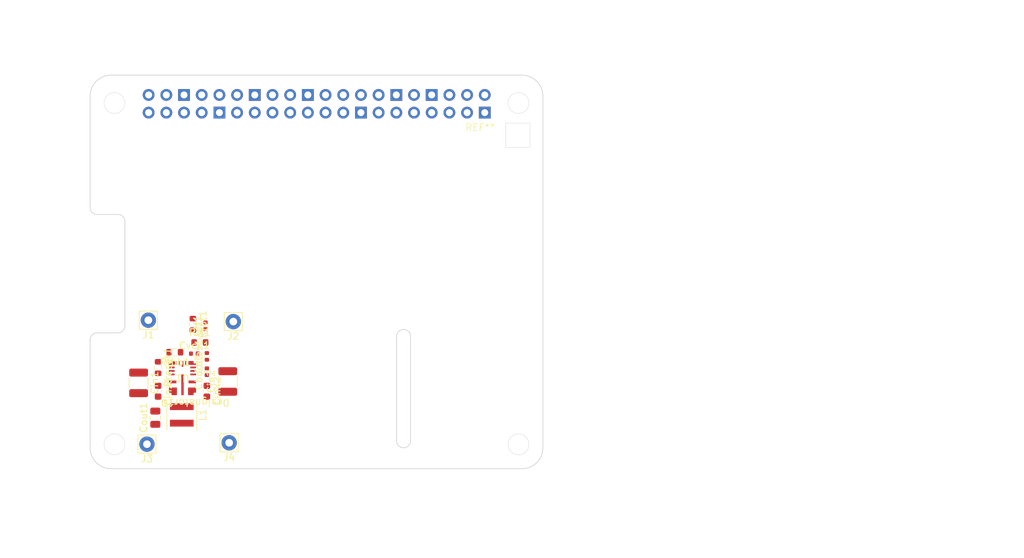
<source format=kicad_pcb>
(kicad_pcb (version 20240108) (generator "pcbnew") (generator_version "8.0")
  (layers (0 "F.Cu" signal) (1 "In1.Cu" signal) (2 "In2.Cu" signal) (31 "B.Cu" signal) (34 "B.Paste" user) (35 "F.Paste" user) (36 "B.SilkS" user "B.Silkscreen") (37 "F.SilkS" user "F.Silkscreen") (38 "B.Mask" user) (39 "F.Mask" user) (44 "Edge.Cuts" user))
  (net 0 "")
  (net 1 "GND")
  (net 2 "/SW")
  (net 3 "/VOUT")
  (net 4 "/VIN")
  (net 5 "Net-(U1-CBOOT)")
  (net 6 "Net-(U1-VCC)")
  (net 7 "Net-(U1-FB)")
  (net 8 "Net-(U1-RESET)")
  (net 9 "Net-(Cff1-Pad2)")
  (footprint "Connector_Pin:Pin_D1.1mm_L8.5mm_W2.5mm_FlatFork" (layer "F.Cu") (at 132.8 109.4)
    (property "Reference" "J4" (at 0 2.1 0) (layer "F.SilkS"))
    (property "Value" "Conn_01x01_Pin")
    (fp_line (start -1.3 -1.3) (end 1.3 -1.3) (stroke (width 0.12)) (layer "F.SilkS"))
    (fp_line (start -1.3 1.3) (end -1.3 -1.3) (stroke (width 0.12)) (layer "F.SilkS"))
    (fp_line (start -1.3 1.3) (end 1.3 1.3) (stroke (width 0.12)) (layer "F.SilkS"))
    (fp_line (start 1.3 -1.3) (end 1.3 1.3) (stroke (width 0.12)) (layer "F.SilkS"))
    (pad "1" thru_hole circle (at 0 0) (size 2.2 2.2) (drill 1.1) (layers "*.Cu" "*.Mask") (net 1 "GND"))
  )
  (footprint "Resistor_SMD:R_0603_1608Metric" (layer "F.Cu") (at 122.6 98.6 -90)
    (property "Reference" "Rreset1" (at 0 -1.43 90) (layer "F.SilkS"))
    (property "Value" "100k")
    (fp_line (start -0.237258 0.5225) (end 0.237258 0.5225) (stroke (width 0.12)) (layer "F.SilkS"))
    (fp_line (start -0.237258 -0.5225) (end 0.237258 -0.5225) (stroke (width 0.12)) (layer "F.SilkS"))
    (pad "1" smd roundrect (at -0.825 0 270) (size 0.8 0.95) (layers "F.Cu" "F.Paste" "F.Mask") (net 8 "Net-(U1-RESET)"))
    (pad "2" smd roundrect (at 0.825 0 270) (size 0.8 0.95) (layers "F.Cu" "F.Paste" "F.Mask") (net 3 "/VOUT"))
  )
  (footprint "Connector_Pin:Pin_D1.1mm_L8.5mm_W2.5mm_FlatFork" (layer "F.Cu") (at 121.2 91.8)
    (property "Reference" "J1" (at 0 2.1 0) (layer "F.SilkS"))
    (property "Value" "Conn_01x01_Pin")
    (fp_line (start -1.3 -1.3) (end 1.3 -1.3) (stroke (width 0.12)) (layer "F.SilkS"))
    (fp_line (start -1.3 1.3) (end -1.3 -1.3) (stroke (width 0.12)) (layer "F.SilkS"))
    (fp_line (start -1.3 1.3) (end 1.3 1.3) (stroke (width 0.12)) (layer "F.SilkS"))
    (fp_line (start 1.3 -1.3) (end 1.3 1.3) (stroke (width 0.12)) (layer "F.SilkS"))
    (pad "1" thru_hole circle (at 0 0) (size 2.2 2.2) (drill 1.1) (layers "*.Cu" "*.Mask") (net 4 "/VIN"))
  )
  (footprint "RPI_Hat:RPI_Hat_B+" (layer "F.Cu") (at 145.34 60.622)
    (property "Reference" "REF**" (at 23.5 3.5 0) (layer "F.SilkS") (effects (font (thickness 0.1))))
    (property "Value" "RPI_Hat_B+")
    (fp_line (start -32.5 -1) (end -32.5 15) (stroke (width 0.1)) (layer "Edge.Cuts"))
    (fp_line (start -32.5 34) (end -32.5 49.5) (stroke (width 0.1)) (layer "Edge.Cuts"))
    (fp_line (start -31.5 16) (end -28.5 16) (stroke (width 0.1)) (layer "Edge.Cuts"))
    (fp_line (start -31.5 33) (end -28.5 33) (stroke (width 0.1)) (layer "Edge.Cuts"))
    (fp_line (start -29.5 -4) (end 29.5 -4) (stroke (width 0.1)) (layer "Edge.Cuts"))
    (fp_line (start -29.5 52.5) (end 29.5 52.5) (stroke (width 0.1)) (layer "Edge.Cuts"))
    (fp_line (start -27.5 17) (end -27.5 32) (stroke (width 0.1)) (layer "Edge.Cuts"))
    (fp_line (start 11.5 33.5) (end 11.5 48.5) (stroke (width 0.1)) (layer "Edge.Cuts"))
    (fp_line (start 13.5 33.5) (end 13.5 48.5) (stroke (width 0.1)) (layer "Edge.Cuts"))
    (fp_line (start 32.5 -1) (end 32.5 49.5) (stroke (width 0.1)) (layer "Edge.Cuts"))
    (fp_arc (start -32.5 -1) (mid -31.62132 -3.12132) (end -29.5 -4) (stroke (width 0.1)) (layer "Edge.Cuts"))
    (fp_arc (start -32.5 34) (mid -32.207107 33.292893) (end -31.5 33) (stroke (width 0.1)) (layer "Edge.Cuts"))
    (fp_arc (start -31.5 16) (mid -32.207107 15.707107) (end -32.5 15) (stroke (width 0.1)) (layer "Edge.Cuts"))
    (fp_arc (start -29.5 52.5) (mid -31.62132 51.62132) (end -32.5 49.5) (stroke (width 0.1)) (layer "Edge.Cuts"))
    (fp_arc (start -28.5 16) (mid -27.792893 16.292893) (end -27.5 17) (stroke (width 0.1)) (layer "Edge.Cuts"))
    (fp_arc (start -27.5 32) (mid -27.792893 32.707107) (end -28.5 33) (stroke (width 0.1)) (layer "Edge.Cuts"))
    (fp_arc (start 11.5 33.5) (mid 12.5 32.5) (end 13.5 33.5) (stroke (width 0.1)) (layer "Edge.Cuts"))
    (fp_arc (start 13.5 48.5) (mid 12.5 49.5) (end 11.5 48.5) (stroke (width 0.1)) (layer "Edge.Cuts"))
    (fp_arc (start 29.5 -4) (mid 31.62132 -3.12132) (end 32.5 -1) (stroke (width 0.1)) (layer "Edge.Cuts"))
    (fp_arc (start 32.5 49.5) (mid 31.62132 51.62132) (end 29.5 52.5) (stroke (width 0.1)) (layer "Edge.Cuts"))
    (fp_circle (center -29 0) (end -30.500001 -0.000001) (stroke (width 0.05)) (fill none) (layer "Edge.Cuts"))
    (fp_circle (center -29 49) (end -30.500001 49.000001) (stroke (width 0.05)) (fill none) (layer "Edge.Cuts"))
    (fp_circle (center 29 0) (end 30.500001 -0.000001) (stroke (width 0.05)) (fill none) (layer "Edge.Cuts"))
    (fp_circle (center 29 49) (end 30.500001 49.000001) (stroke (width 0.05)) (fill none) (layer "Edge.Cuts"))
    (pad "1" thru_hole circle (at -24.1 1.378 90) (size 1.7 1.7) (drill 1) (layers "*.Cu" "*.Mask"))
    (pad "2" thru_hole oval (at -24.1 -1.162 90) (size 1.7 1.7) (drill 1) (layers "*.Cu" "*.Mask"))
    (pad "3" thru_hole oval (at -21.56 1.378 90) (size 1.7 1.7) (drill 1) (layers "*.Cu" "*.Mask"))
    (pad "4" thru_hole oval (at -21.56 -1.162 90) (size 1.7 1.7) (drill 1) (layers "*.Cu" "*.Mask"))
    (pad "5" thru_hole oval (at -19.02 1.378 90) (size 1.7 1.7) (drill 1) (layers "*.Cu" "*.Mask"))
    (pad "6" thru_hole rect (at -19.02 -1.162 90) (size 1.7 1.7) (drill 1) (layers "*.Cu" "*.Mask"))
    (pad "7" thru_hole oval (at -16.48 1.378 90) (size 1.7 1.7) (drill 1) (layers "*.Cu" "*.Mask"))
    (pad "8" thru_hole oval (at -16.48 -1.162 90) (size 1.7 1.7) (drill 1) (layers "*.Cu" "*.Mask"))
    (pad "9" thru_hole rect (at -13.94 1.378 90) (size 1.7 1.7) (drill 1) (layers "*.Cu" "*.Mask"))
    (pad "10" thru_hole oval (at -13.94 -1.162 90) (size 1.7 1.7) (drill 1) (layers "*.Cu" "*.Mask"))
    (pad "11" thru_hole oval (at -11.4 1.378 90) (size 1.7 1.7) (drill 1) (layers "*.Cu" "*.Mask"))
    (pad "12" thru_hole oval (at -11.4 -1.162 90) (size 1.7 1.7) (drill 1) (layers "*.Cu" "*.Mask"))
    (pad "13" thru_hole oval (at -8.86 1.378 90) (size 1.7 1.7) (drill 1) (layers "*.Cu" "*.Mask"))
    (pad "14" thru_hole rect (at -8.86 -1.162 90) (size 1.7 1.7) (drill 1) (layers "*.Cu" "*.Mask"))
    (pad "15" thru_hole oval (at -6.32 1.378 90) (size 1.7 1.7) (drill 1) (layers "*.Cu" "*.Mask"))
    (pad "16" thru_hole oval (at -6.32 -1.162 90) (size 1.7 1.7) (drill 1) (layers "*.Cu" "*.Mask"))
    (pad "17" thru_hole oval (at -3.78 1.378 90) (size 1.7 1.7) (drill 1) (layers "*.Cu" "*.Mask"))
    (pad "18" thru_hole oval (at -3.78 -1.162 90) (size 1.7 1.7) (drill 1) (layers "*.Cu" "*.Mask"))
    (pad "19" thru_hole oval (at -1.24 1.378 90) (size 1.7 1.7) (drill 1) (layers "*.Cu" "*.Mask"))
    (pad "20" thru_hole rect (at -1.24 -1.162 90) (size 1.7 1.7) (drill 1) (layers "*.Cu" "*.Mask"))
    (pad "21" thru_hole oval (at 1.3 1.378 90) (size 1.7 1.7) (drill 1) (layers "*.Cu" "*.Mask"))
    (pad "22" thru_hole oval (at 1.3 -1.162 90) (size 1.7 1.7) (drill 1) (layers "*.Cu" "*.Mask"))
    (pad "23" thru_hole oval (at 3.84 1.378 90) (size 1.7 1.7) (drill 1) (layers "*.Cu" "*.Mask"))
    (pad "24" thru_hole oval (at 3.84 -1.162 90) (size 1.7 1.7) (drill 1) (layers "*.Cu" "*.Mask"))
    (pad "25" thru_hole rect (at 6.38 1.378 90) (size 1.7 1.7) (drill 1) (layers "*.Cu" "*.Mask"))
    (pad "26" thru_hole oval (at 6.38 -1.162 90) (size 1.7 1.7) (drill 1) (layers "*.Cu" "*.Mask"))
    (pad "27" thru_hole oval (at 8.92 1.378 90) (size 1.7 1.7) (drill 1) (layers "*.Cu" "*.Mask"))
    (pad "28" thru_hole oval (at 8.92 -1.162 90) (size 1.7 1.7) (drill 1) (layers "*.Cu" "*.Mask"))
    (pad "29" thru_hole oval (at 11.46 1.378 90) (size 1.7 1.7) (drill 1) (layers "*.Cu" "*.Mask"))
    (pad "30" thru_hole rect (at 11.46 -1.162 90) (size 1.7 1.7) (drill 1) (layers "*.Cu" "*.Mask"))
    (pad "31" thru_hole oval (at 14 1.378 90) (size 1.7 1.7) (drill 1) (layers "*.Cu" "*.Mask"))
    (pad "32" thru_hole oval (at 14 -1.162 90) (size 1.7 1.7) (drill 1) (layers "*.Cu" "*.Mask"))
    (pad "33" thru_hole oval (at 16.54 1.378 90) (size 1.7 1.7) (drill 1) (layers "*.Cu" "*.Mask"))
    (pad "34" thru_hole rect (at 16.54 -1.162 90) (size 1.7 1.7) (drill 1) (layers "*.Cu" "*.Mask"))
    (pad "35" thru_hole oval (at 19.08 1.378 90) (size 1.7 1.7) (drill 1) (layers "*.Cu" "*.Mask"))
    (pad "36" thru_hole oval (at 19.08 -1.162 90) (size 1.7 1.7) (drill 1) (layers "*.Cu" "*.Mask"))
    (pad "37" thru_hole oval (at 21.62 1.378 90) (size 1.7 1.7) (drill 1) (layers "*.Cu" "*.Mask"))
    (pad "38" thru_hole oval (at 21.62 -1.162 90) (size 1.7 1.7) (drill 1) (layers "*.Cu" "*.Mask"))
    (pad "39" thru_hole rect (at 24.16 1.378 90) (size 1.7 1.7) (drill 1) (layers "*.Cu" "*.Mask"))
    (pad "40" thru_hole oval (at 24.16 -1.162 90) (size 1.7 1.7) (drill 1) (layers "*.Cu" "*.Mask"))
  )
  (footprint "Resistor_SMD:R_0603_1608Metric" (layer "F.Cu") (at 128.6 95)
    (property "Reference" "Rff1" (at 0 -1.43 0) (layer "F.SilkS"))
    (property "Value" "4.99k")
    (fp_line (start -0.237258 -0.5225) (end 0.237258 -0.5225) (stroke (width 0.12)) (layer "F.SilkS"))
    (fp_line (start -0.237258 0.5225) (end 0.237258 0.5225) (stroke (width 0.12)) (layer "F.SilkS"))
    (pad "1" smd roundrect (at -0.825 0) (size 0.8 0.95) (layers "F.Cu" "F.Paste" "F.Mask") (net 7 "Net-(U1-FB)"))
    (pad "2" smd roundrect (at 0.825 0) (size 0.8 0.95) (layers "F.Cu" "F.Paste" "F.Mask") (net 9 "Net-(Cff1-Pad2)"))
  )
  (footprint "Resistor_SMD:R_0603_1608Metric" (layer "F.Cu") (at 125 96.4 180)
    (property "Reference" "Rfbb1" (at 0 -1.43 0) (layer "F.SilkS"))
    (property "Value" "24.9k")
    (fp_line (start -0.237258 0.5225) (end 0.237258 0.5225) (stroke (width 0.12)) (layer "F.SilkS"))
    (fp_line (start -0.237258 -0.5225) (end 0.237258 -0.5225) (stroke (width 0.12)) (layer "F.SilkS"))
    (pad "1" smd roundrect (at -0.825 0 180) (size 0.8 0.95) (layers "F.Cu" "F.Paste" "F.Mask") (net 7 "Net-(U1-FB)"))
    (pad "2" smd roundrect (at 0.825 0 180) (size 0.8 0.95) (layers "F.Cu" "F.Paste" "F.Mask") (net 1 "GND"))
  )
  (footprint "LM62460:RPH0016A" (layer "F.Cu") (at 126.100001 100.113001 180)
    (property "Reference" "U1" (at 0 0 180) (layer "F.SilkS"))
    (property "Value" "LM62460RPHR")
    (fp_text user "Designator10" (at -1.8288 -3.5306 180) (layer "F.SilkS"))
    (pad "1" smd custom (at -1.375001 -1.899999 180) (size 0.249999 0.249999) (layers "F.Cu" "F.Mask") (net 1 "GND") (options (clearance outline) (anchor rect)) (primitives (gr_poly (pts (xy -0.575 0.499997) (xy -0.575 -0.150002) (xy -0.525 -0.200002) (xy -0.275001 -0.200002) (xy -0.225001 -0.250002) (xy -0.225001 -0.500001) (xy -0.175001 -0.550001) (xy 0.525 -0.550001) (xy 0.575 -0.500001) (xy 0.575 0.499997) (xy 0.525 0.549997) (xy -0.525 0.549997)) (width 0) (fill yes))))
    (pad "2" smd rect (at -1.412999 -0.549999 180) (size 1.074999 0.399999) (layers "F.Cu" "F.Paste" "F.Mask") (net 4 "/VIN"))
    (pad "3" smd rect (at -1.538 0.525 180) (size 0.825 0.249999) (layers "F.Cu" "F.Paste" "F.Mask") (net 5 "Net-(U1-CBOOT)"))
    (pad "4" smd rect (at -1.538 1.024999 180) (size 0.825 0.249999) (layers "F.Cu" "F.Paste" "F.Mask") (net 5 "Net-(U1-CBOOT)"))
    (pad "5" smd rect (at -1.538 1.525001 180) (size 0.825 0.249999) (layers "F.Cu" "F.Paste" "F.Mask") (net 3 "/VOUT"))
    (pad "6" smd custom (at -1.4 2.174999 180) (size 0.249999 0.249999) (layers "F.Cu" "F.Mask") (net 6 "Net-(U1-VCC)") (options (clearance outline) (anchor rect)) (primitives (gr_poly (pts (xy -0.550001 -0.125001) (xy -0.500001 -0.075001) (xy -0.250002 -0.075001) (xy -0.200002 -0.025001) (xy -0.200002 0.224999) (xy -0.150002 0.274999) (xy 0.499999 0.274999) (xy 0.549999 0.224999) (xy 0.549999 -0.225) (xy 0.499999 -0.275) (xy -0.500001 -0.275) (xy -0.550001 -0.225)) (width 0) (fill yes))))
    (pad "7" smd rect (at -0.499999 2.113001 270) (size 0.675 0.249999) (layers "F.Cu" "F.Paste" "F.Mask") (net 7 "Net-(U1-FB)"))
    (pad "8" smd rect (at 0 2.037999 270) (size 0.825 0.249999) (layers "F.Cu" "F.Paste" "F.Mask") (net 1 "GND"))
    (pad "9" smd rect (at 0.499999 2.113001 270) (size 0.675 0.249999) (layers "F.Cu" "F.Paste" "F.Mask") (net 1 "GND"))
    (pad "10" smd custom (at 1.4 2.174999 180) (size 0.249999 0.249999) (layers "F.Cu" "F.Mask") (net 8 "Net-(U1-RESET)") (options (clearance outline) (anchor rect)) (primitives (gr_poly (pts (xy 0.550001 -0.125001) (xy 0.500001 -0.075001) (xy 0.250002 -0.075001) (xy 0.200002 -0.025001) (xy 0.200002 0.224999) (xy 0.150002 0.274999) (xy -0.499999 0.274999) (xy -0.549999 0.224999) (xy -0.549999 -0.225) (xy -0.499999 -0.275) (xy 0.500001 -0.275) (xy 0.550001 -0.225)) (width 0) (fill yes))))
    (pad "11" smd rect (at 1.538 1.525001 180) (size 0.825 0.249999) (layers "F.Cu" "F.Paste" "F.Mask") (net 1 "GND"))
    (pad "12" smd rect (at 1.538 1.024999 180) (size 0.825 0.249999) (layers "F.Cu" "F.Paste" "F.Mask") (net 1 "GND"))
    (pad "13" smd rect (at 1.538 0.525 180) (size 0.825 0.249999) (layers "F.Cu" "F.Paste" "F.Mask") (net 4 "/VIN"))
    (pad "14" smd rect (at 1.412999 -0.549999 180) (size 1.074999 0.399999) (layers "F.Cu" "F.Paste" "F.Mask") (net 4 "/VIN"))
    (pad "15" smd custom (at 1.375001 -1.899999 180) (size 0.249999 0.249999) (layers "F.Cu" "F.Mask") (net 1 "GND") (options (clearance outline) (anchor rect)) (primitives (gr_poly (pts (xy 0.575 0.499997) (xy 0.575 -0.150002) (xy 0.525 -0.200002) (xy 0.275001 -0.200002) (xy 0.225001 -0.250002) (xy 0.225001 -0.500001) (xy 0.175001 -0.550001) (xy -0.525 -0.550001) (xy -0.575 -0.500001) (xy -0.575 0.499997) (xy -0.525 0.549997) (xy 0.525 0.549997)) (width 0) (fill yes))))
    (pad "16" smd rect (at 0 -0.963 270) (size 2.975 0.349999) (layers "F.Cu" "F.Paste" "F.Mask") (net 2 "/SW"))
  )
  (footprint "Capacitor_SMD:C_0402_1005Metric" (layer "F.Cu") (at 129.4 92.6 90)
    (property "Reference" "Cff1" (at 0 -1.16 90) (layer "F.SilkS"))
    (property "Value" "7.5pF")
    (fp_line (start -0.107836 -0.36) (end 0.107836 -0.36) (stroke (width 0.12)) (layer "F.SilkS"))
    (fp_line (start -0.107836 0.36) (end 0.107836 0.36) (stroke (width 0.12)) (layer "F.SilkS"))
    (pad "1" smd roundrect (at -0.48 0 90) (size 0.56 0.62) (layers "F.Cu" "F.Paste" "F.Mask") (net 3 "/VOUT"))
    (pad "2" smd roundrect (at 0.48 0 90) (size 0.56 0.62) (layers "F.Cu" "F.Paste" "F.Mask") (net 9 "Net-(Cff1-Pad2)"))
  )
  (footprint "Capacitor_SMD:C_1210_3225Metric" (layer "F.Cu") (at 119.8 100.8 -90)
    (property "Reference" "Cin1" (at 0 -2.3 90) (layer "F.SilkS"))
    (property "Value" "10uF")
    (fp_line (start -0.711252 1.36) (end 0.711252 1.36) (stroke (width 0.12)) (layer "F.SilkS"))
    (fp_line (start -0.711252 -1.36) (end 0.711252 -1.36) (stroke (width 0.12)) (layer "F.SilkS"))
    (pad "1" smd roundrect (at -1.475 0 270) (size 1.15 2.7) (layers "F.Cu" "F.Paste" "F.Mask") (roundrect_rratio 0.217391) (net 4 "/VIN"))
    (pad "2" smd roundrect (at 1.475 0 270) (size 1.15 2.7) (layers "F.Cu" "F.Paste" "F.Mask") (roundrect_rratio 0.217391) (net 1 "GND"))
  )
  (footprint "Capacitor_SMD:C_0402_1005Metric" (layer "F.Cu") (at 129.6 99.2 90)
    (property "Reference" "Cboot1" (at 0 -1.16 90) (layer "F.SilkS"))
    (property "Value" "100nF")
    (fp_line (start -0.107836 -0.36) (end 0.107836 -0.36) (stroke (width 0.12)) (layer "F.SilkS"))
    (fp_line (start -0.107836 0.36) (end 0.107836 0.36) (stroke (width 0.12)) (layer "F.SilkS"))
    (pad "1" smd roundrect (at -0.48 0 90) (size 0.56 0.62) (layers "F.Cu" "F.Paste" "F.Mask") (net 2 "/SW"))
    (pad "2" smd roundrect (at 0.48 0 90) (size 0.56 0.62) (layers "F.Cu" "F.Paste" "F.Mask") (net 5 "Net-(U1-CBOOT)"))
  )
  (footprint "Capacitor_SMD:C_0402_1005Metric" (layer "F.Cu") (at 127.8 96.6)
    (property "Reference" "Cvcc1" (at 0 -1.16 0) (layer "F.SilkS"))
    (property "Value" "1uF")
    (fp_line (start -0.107836 -0.36) (end 0.107836 -0.36) (stroke (width 0.12)) (layer "F.SilkS"))
    (fp_line (start -0.107836 0.36) (end 0.107836 0.36) (stroke (width 0.12)) (layer "F.SilkS"))
    (pad "1" smd roundrect (at -0.48 0) (size 0.56 0.62) (layers "F.Cu" "F.Paste" "F.Mask") (net 6 "Net-(U1-VCC)"))
    (pad "2" smd roundrect (at 0.48 0) (size 0.56 0.62) (layers "F.Cu" "F.Paste" "F.Mask") (net 1 "GND"))
  )
  (footprint "Connector_Pin:Pin_D1.1mm_L8.5mm_W2.5mm_FlatFork" (layer "F.Cu") (at 133.4 92)
    (property "Reference" "J2" (at 0 2.1 0) (layer "F.SilkS"))
    (property "Value" "Conn_01x01_Pin")
    (fp_line (start -1.3 -1.3) (end 1.3 -1.3) (stroke (width 0.12)) (layer "F.SilkS"))
    (fp_line (start -1.3 1.3) (end -1.3 -1.3) (stroke (width 0.12)) (layer "F.SilkS"))
    (fp_line (start -1.3 1.3) (end 1.3 1.3) (stroke (width 0.12)) (layer "F.SilkS"))
    (fp_line (start 1.3 -1.3) (end 1.3 1.3) (stroke (width 0.12)) (layer "F.SilkS"))
    (pad "1" thru_hole circle (at 0 0) (size 2.2 2.2) (drill 1.1) (layers "*.Cu" "*.Mask") (net 1 "GND"))
  )
  (footprint "Capacitor_SMD:C_0603_1608Metric" (layer "F.Cu") (at 122.6 102 -90)
    (property "Reference" "Cinx1" (at 0 -1.43 90) (layer "F.SilkS"))
    (property "Value" "1uF")
    (fp_line (start -0.14058 0.51) (end 0.14058 0.51) (stroke (width 0.12)) (layer "F.SilkS"))
    (fp_line (start -0.14058 -0.51) (end 0.14058 -0.51) (stroke (width 0.12)) (layer "F.SilkS"))
    (pad "1" smd roundrect (at -0.775 0 270) (size 0.9 0.95) (layers "F.Cu" "F.Paste" "F.Mask") (net 4 "/VIN"))
    (pad "2" smd roundrect (at 0.775 0 270) (size 0.9 0.95) (layers "F.Cu" "F.Paste" "F.Mask") (net 1 "GND"))
  )
  (footprint "Inductor_SMD:L_Coilcraft_XxL4020" (layer "F.Cu") (at 126 105.4 -90)
    (property "Reference" "L1" (at 0 -3 90) (layer "F.SilkS"))
    (property "Value" "1uH")
    (fp_line (start 2.154 2.154) (end -2.154 2.154) (stroke (width 0.12)) (layer "F.SilkS"))
    (fp_line (start -2.154 -2.154) (end 2.154 -2.154) (stroke (width 0.12)) (layer "F.SilkS"))
    (pad "1" smd rect (at -1.185 0 270) (size 0.98 3.4) (layers "F.Cu" "F.Paste" "F.Mask") (net 2 "/SW"))
    (pad "2" smd rect (at 1.185 0 270) (size 0.98 3.4) (layers "F.Cu" "F.Paste" "F.Mask") (net 3 "/VOUT"))
  )
  (footprint "Connector_Pin:Pin_D1.1mm_L8.5mm_W2.5mm_FlatFork" (layer "F.Cu") (at 121 109.6)
    (property "Reference" "J3" (at 0 2.1 0) (layer "F.SilkS"))
    (property "Value" "Conn_01x01_Pin")
    (fp_line (start -1.3 -1.3) (end 1.3 -1.3) (stroke (width 0.12)) (layer "F.SilkS"))
    (fp_line (start -1.3 1.3) (end -1.3 -1.3) (stroke (width 0.12)) (layer "F.SilkS"))
    (fp_line (start -1.3 1.3) (end 1.3 1.3) (stroke (width 0.12)) (layer "F.SilkS"))
    (fp_line (start 1.3 -1.3) (end 1.3 1.3) (stroke (width 0.12)) (layer "F.SilkS"))
    (pad "1" thru_hole circle (at 0 0) (size 2.2 2.2) (drill 1.1) (layers "*.Cu" "*.Mask") (net 3 "/VOUT"))
  )
  (footprint "Resistor_SMD:R_0603_1608Metric" (layer "F.Cu") (at 127.6 92.4 -90)
    (property "Reference" "Rfbt1" (at 0 -1.43 90) (layer "F.SilkS"))
    (property "Value" "100k")
    (fp_line (start -0.237258 0.5225) (end 0.237258 0.5225) (stroke (width 0.12)) (layer "F.SilkS"))
    (fp_line (start -0.237258 -0.5225) (end 0.237258 -0.5225) (stroke (width 0.12)) (layer "F.SilkS"))
    (pad "1" smd roundrect (at -0.825 0 270) (size 0.8 0.95) (layers "F.Cu" "F.Paste" "F.Mask") (net 3 "/VOUT"))
    (pad "2" smd roundrect (at 0.825 0 270) (size 0.8 0.95) (layers "F.Cu" "F.Paste" "F.Mask") (net 7 "Net-(U1-FB)"))
  )
  (footprint "Capacitor_SMD:C_0603_1608Metric" (layer "F.Cu") (at 129.6 102 -90)
    (property "Reference" "Cinx2" (at 0 -1.43 90) (layer "F.SilkS"))
    (property "Value" "1uF")
    (fp_line (start -0.14058 0.51) (end 0.14058 0.51) (stroke (width 0.12)) (layer "F.SilkS"))
    (fp_line (start -0.14058 -0.51) (end 0.14058 -0.51) (stroke (width 0.12)) (layer "F.SilkS"))
    (pad "1" smd roundrect (at -0.775 0 270) (size 0.9 0.95) (layers "F.Cu" "F.Paste" "F.Mask") (net 4 "/VIN"))
    (pad "2" smd roundrect (at 0.775 0 270) (size 0.9 0.95) (layers "F.Cu" "F.Paste" "F.Mask") (net 1 "GND"))
  )
  (footprint "Capacitor_SMD:C_1210_3225Metric" (layer "F.Cu") (at 132.6 100.6 -90)
    (property "Reference" "Cin2" (at 0 2.4 90) (layer "F.SilkS"))
    (property "Value" "10uF")
    (fp_line (start -0.711252 1.36) (end 0.711252 1.36) (stroke (width 0.12)) (layer "F.SilkS"))
    (fp_line (start -0.711252 -1.36) (end 0.711252 -1.36) (stroke (width 0.12)) (layer "F.SilkS"))
    (pad "1" smd roundrect (at -1.475 0 270) (size 1.15 2.7) (layers "F.Cu" "F.Paste" "F.Mask") (roundrect_rratio 0.217391) (net 4 "/VIN"))
    (pad "2" smd roundrect (at 1.475 0 270) (size 1.15 2.7) (layers "F.Cu" "F.Paste" "F.Mask") (roundrect_rratio 0.217391) (net 1 "GND"))
  )
  (footprint "Capacitor_SMD:C_0805_2012Metric" (layer "F.Cu") (at 122.2 105.8 90)
    (property "Reference" "Cout1" (at 0 -1.68 90) (layer "F.SilkS"))
    (property "Value" "47uF")
    (fp_line (start -0.261252 -0.735) (end 0.261252 -0.735) (stroke (width 0.12)) (layer "F.SilkS"))
    (fp_line (start -0.261252 0.735) (end 0.261252 0.735) (stroke (width 0.12)) (layer "F.SilkS"))
    (pad "1" smd roundrect (at -0.95 0 90) (size 1 1.45) (layers "F.Cu" "F.Paste" "F.Mask") (net 3 "/VOUT"))
    (pad "2" smd roundrect (at 0.95 0 90) (size 1 1.45) (layers "F.Cu" "F.Paste" "F.Mask") (net 1 "GND"))
  )
  (footprint "Capacitor_SMD:C_0402_1005Metric" (layer "F.Cu") (at 129.6 97 90)
    (property "Reference" "Cbias1" (at 0 -1.16 90) (layer "F.SilkS"))
    (property "Value" "100nF")
    (fp_line (start -0.107836 -0.36) (end 0.107836 -0.36) (stroke (width 0.12)) (layer "F.SilkS"))
    (fp_line (start -0.107836 0.36) (end 0.107836 0.36) (stroke (width 0.12)) (layer "F.SilkS"))
    (pad "1" smd roundrect (at -0.48 0 90) (size 0.56 0.62) (layers "F.Cu" "F.Paste" "F.Mask") (net 3 "/VOUT"))
    (pad "2" smd roundrect (at 0.48 0 90) (size 0.56 0.62) (layers "F.Cu" "F.Paste" "F.Mask") (net 1 "GND"))
  )
  (gr_rect (start 172.5 63.5) (end 176 67) (stroke (width 0.05)) (fill none) (layer "Edge.Cuts"))
)
</source>
